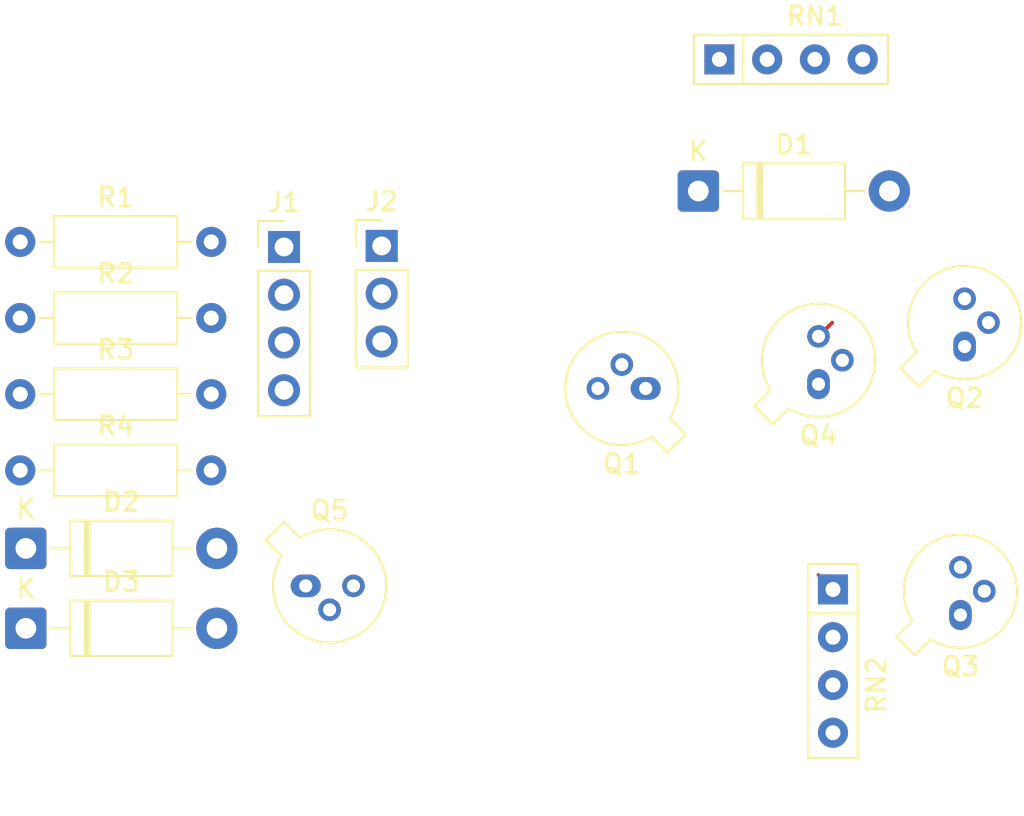
<source format=kicad_pcb>
(kicad_pcb (version 20241229) (generator "pcbnew") (generator_version "9.0")
  (layers (0 "F.Cu" signal) (2 "B.Cu" signal) (13 "F.Paste" user) (15 "B.Paste" user) (5 "F.SilkS" user "F.Silkscreen") (7 "B.SilkS" user "B.Silkscreen") (1 "F.Mask" user) (3 "B.Mask" user) (25 "Edge.Cuts" user))
  (net 0 "")
  (net 1 "Net-(D1-A)")
  (net 2 "Net-(D1-K)")
  (net 3 "Net-(Q1-C)")
  (net 4 "Net-(Q1-B)")
  (net 5 "+5V")
  (net 6 "Net-(Q2-C)")
  (net 7 "Net-(Q2-B)")
  (net 8 "GNDREF")
  (net 9 "Net-(Q3-B)")
  (net 10 "GND")
  (net 11 "Net-(D2-K)")
  (net 12 "Net-(D3-K)")
  (footprint "Package_TO_SOT_THT:TO-18-3" (layer "F.Cu") (at 110.23 51.77 90)
    (property "Reference" "Q4" (at -2.74 0 0) (layer "F.SilkS"))
    (property "Value" "BC107")
    (fp_line (start -1.154301 -3.400108) (end -2.130108 -2.424301) (stroke (width 0.12)) (layer "F.SilkS"))
    (fp_line (start -0.313811 -2.559618) (end -1.154301 -3.400108) (stroke (width 0.12)) (layer "F.SilkS"))
    (fp_line (start -2.130108 -2.424301) (end -1.289618 -1.583811) (stroke (width 0.12)) (layer "F.SilkS"))
    (fp_arc (start -0.313811 -2.559618) (mid 3.398391 2.128391) (end -1.289618 -1.583811) (stroke (width 0.12)) (layer "F.SilkS"))
    (pad "1" thru_hole oval (at 0 0 90) (size 1.6 1.2) (drill 0.7) (layers "*.Cu" "*.Mask") (net 9 "Net-(Q3-B)"))
    (pad "2" thru_hole circle (at 1.27 1.27 90) (size 1.2 1.2) (drill 0.7) (layers "*.Cu" "*.Mask") (net 3 "Net-(Q1-C)"))
    (pad "3" thru_hole circle (at 2.54 0 90) (size 1.2 1.2) (drill 0.7) (layers "*.Cu" "*.Mask") (net 7 "Net-(Q2-B)"))
  )
  (footprint "Package_TO_SOT_THT:TO-18-3" (layer "F.Cu") (at 101.04 52 180)
    (property "Reference" "Q1" (at 1.27 -4.01 0) (layer "F.SilkS"))
    (property "Value" "BC107" (hide yes))
    (fp_line (start -0.313811 -2.559618) (end -1.154301 -3.400108) (stroke (width 0.12)) (layer "F.SilkS"))
    (fp_line (start -1.154301 -3.400108) (end -2.130108 -2.424301) (stroke (width 0.12)) (layer "F.SilkS"))
    (fp_line (start -2.130108 -2.424301) (end -1.289618 -1.583811) (stroke (width 0.12)) (layer "F.SilkS"))
    (fp_arc (start -0.313811 -2.559618) (mid 3.398391 2.128391) (end -1.289618 -1.583811) (stroke (width 0.12)) (layer "F.SilkS"))
    (pad "1" thru_hole oval (at 0 0 180) (size 1.6 1.2) (drill 0.7) (layers "*.Cu" "*.Mask") (net 12 "Net-(D3-K)"))
    (pad "2" thru_hole circle (at 1.27 1.27 180) (size 1.2 1.2) (drill 0.7) (layers "*.Cu" "*.Mask") (net 4 "Net-(Q1-B)"))
    (pad "3" thru_hole circle (at 2.54 0 180) (size 1.2 1.2) (drill 0.7) (layers "*.Cu" "*.Mask") (net 3 "Net-(Q1-C)"))
  )
  (footprint "Resistor_THT:R_Axial_DIN0207_L6.3mm_D2.5mm_P10.16mm_Horizontal" (layer "F.Cu") (at 67.776078 56.356078)
    (property "Reference" "R4" (at 5.08 -2.37 0) (layer "F.SilkS"))
    (property "Value" "4 K")
    (fp_line (start 1.04 0) (end 1.81 0) (stroke (width 0.12)) (layer "F.SilkS"))
    (fp_line (start 9.12 0) (end 8.35 0) (stroke (width 0.12)) (layer "F.SilkS"))
    (fp_rect (start 1.81 -1.37) (end 8.35 1.37) (stroke (width 0.12)) (fill no) (layer "F.SilkS"))
    (pad "1" thru_hole circle (at 0 0) (size 1.6 1.6) (drill 0.8) (layers "*.Cu" "*.Mask") (net 5 "+5V"))
    (pad "2" thru_hole circle (at 10.16 0) (size 1.6 1.6) (drill 0.8) (layers "*.Cu" "*.Mask") (net 4 "Net-(Q1-B)"))
  )
  (footprint "Connector_PinHeader_2.54mm:PinHeader_1x03_P2.54mm_Vertical" (layer "F.Cu") (at 87 44.42)
    (property "Reference" "J2" (at 0 -2.38 0) (layer "F.SilkS"))
    (property "Value" "Conn_01x03_Pin")
    (fp_line (start -1.38 -1.38) (end 0 -1.38) (stroke (width 0.12)) (layer "F.SilkS"))
    (fp_line (start -1.38 0) (end -1.38 -1.38) (stroke (width 0.12)) (layer "F.SilkS"))
    (fp_line (start -1.38 1.27) (end -1.38 6.46) (stroke (width 0.12)) (layer "F.SilkS"))
    (fp_line (start -1.38 1.27) (end 1.38 1.27) (stroke (width 0.12)) (layer "F.SilkS"))
    (fp_line (start -1.38 6.46) (end 1.38 6.46) (stroke (width 0.12)) (layer "F.SilkS"))
    (fp_line (start 1.38 1.27) (end 1.38 6.46) (stroke (width 0.12)) (layer "F.SilkS"))
    (pad "1" thru_hole rect (at 0 0) (size 1.7 1.7) (drill 1) (layers "*.Cu" "*.Mask") (net 10 "GND"))
    (pad "2" thru_hole circle (at 0 2.54) (size 1.7 1.7) (drill 1) (layers "*.Cu" "*.Mask") (net 2 "Net-(D1-K)"))
    (pad "3" thru_hole circle (at 0 5.08) (size 1.7 1.7) (drill 1) (layers "*.Cu" "*.Mask") (net 5 "+5V"))
  )
  (footprint "Resistor_THT:R_Axial_DIN0207_L6.3mm_D2.5mm_P10.16mm_Horizontal" (layer "F.Cu") (at 67.776078 44.206078)
    (property "Reference" "R1" (at 5.08 -2.37 0) (layer "F.SilkS"))
    (property "Value" "1K")
    (fp_line (start 1.04 0) (end 1.81 0) (stroke (width 0.12)) (layer "F.SilkS"))
    (fp_line (start 9.12 0) (end 8.35 0) (stroke (width 0.12)) (layer "F.SilkS"))
    (fp_rect (start 1.81 -1.37) (end 8.35 1.37) (stroke (width 0.12)) (fill no) (layer "F.SilkS"))
    (pad "1" thru_hole circle (at 0 0) (size 1.6 1.6) (drill 0.8) (layers "*.Cu" "*.Mask") (net 9 "Net-(Q3-B)"))
    (pad "2" thru_hole circle (at 10.16 0) (size 1.6 1.6) (drill 0.8) (layers "*.Cu" "*.Mask") (net 10 "GND"))
  )
  (footprint "Diode_THT:D_DO-41_SOD81_P10.16mm_Horizontal" (layer "F.Cu") (at 68.076078 60.506078)
    (property "Reference" "D2" (at 5.08 -2.47 0) (layer "F.SilkS"))
    (property "Value" "1N4007")
    (fp_line (start 1.34 0) (end 2.36 0) (stroke (width 0.12)) (layer "F.SilkS"))
    (fp_line (start 3.14 -1.47) (end 3.14 1.47) (stroke (width 0.12)) (layer "F.SilkS"))
    (fp_line (start 3.26 -1.47) (end 3.26 1.47) (stroke (width 0.12)) (layer "F.SilkS"))
    (fp_line (start 3.38 -1.47) (end 3.38 1.47) (stroke (width 0.12)) (layer "F.SilkS"))
    (fp_line (start 8.82 0) (end 7.8 0) (stroke (width 0.12)) (layer "F.SilkS"))
    (fp_rect (start 2.36 -1.47) (end 7.8 1.47) (stroke (width 0.12)) (fill no) (layer "F.SilkS"))
    (fp_text user "K" (at 0 -2.1 0) (layer "F.SilkS"))
    (pad "1" thru_hole roundrect (at 0 0) (size 2.2 2.2) (drill 1.1) (layers "*.Cu" "*.Mask") (roundrect_rratio 0.113636) (net 11 "Net-(D2-K)"))
    (pad "2" thru_hole circle (at 10.16 0) (size 2.2 2.2) (drill 1.1) (layers "*.Cu" "*.Mask") (net 10 "GND"))
  )
  (footprint "Diode_THT:D_DO-41_SOD81_P10.16mm_Horizontal" (layer "F.Cu") (at 103.84 41.5)
    (property "Reference" "D1" (at 5.08 -2.47 0) (layer "F.SilkS"))
    (property "Value" "1N4007")
    (fp_line (start 1.34 0) (end 2.36 0) (stroke (width 0.12)) (layer "F.SilkS"))
    (fp_line (start 3.14 -1.47) (end 3.14 1.47) (stroke (width 0.12)) (layer "F.SilkS"))
    (fp_line (start 3.26 -1.47) (end 3.26 1.47) (stroke (width 0.12)) (layer "F.SilkS"))
    (fp_line (start 3.38 -1.47) (end 3.38 1.47) (stroke (width 0.12)) (layer "F.SilkS"))
    (fp_line (start 8.82 0) (end 7.8 0) (stroke (width 0.12)) (layer "F.SilkS"))
    (fp_rect (start 2.36 -1.47) (end 7.8 1.47) (stroke (width 0.12)) (fill no) (layer "F.SilkS"))
    (fp_text user "K" (at 0 -2.1 0) (layer "F.SilkS"))
    (pad "1" thru_hole roundrect (at 0 0) (size 2.2 2.2) (drill 1.1) (layers "*.Cu" "*.Mask") (roundrect_rratio 0.113636) (net 2 "Net-(D1-K)"))
    (pad "2" thru_hole circle (at 10.16 0) (size 2.2 2.2) (drill 1.1) (layers "*.Cu" "*.Mask") (net 1 "Net-(D1-A)"))
  )
  (footprint "Diode_THT:D_DO-41_SOD81_P10.16mm_Horizontal" (layer "F.Cu") (at 68.076078 64.756078)
    (property "Reference" "D3" (at 5.08 -2.47 0) (layer "F.SilkS"))
    (property "Value" "1N4007")
    (fp_line (start 1.34 0) (end 2.36 0) (stroke (width 0.12)) (layer "F.SilkS"))
    (fp_line (start 3.14 -1.47) (end 3.14 1.47) (stroke (width 0.12)) (layer "F.SilkS"))
    (fp_line (start 3.26 -1.47) (end 3.26 1.47) (stroke (width 0.12)) (layer "F.SilkS"))
    (fp_line (start 3.38 -1.47) (end 3.38 1.47) (stroke (width 0.12)) (layer "F.SilkS"))
    (fp_line (start 8.82 0) (end 7.8 0) (stroke (width 0.12)) (layer "F.SilkS"))
    (fp_rect (start 2.36 -1.47) (end 7.8 1.47) (stroke (width 0.12)) (fill no) (layer "F.SilkS"))
    (fp_text user "K" (at 0 -2.1 0) (layer "F.SilkS"))
    (pad "1" thru_hole roundrect (at 0 0) (size 2.2 2.2) (drill 1.1) (layers "*.Cu" "*.Mask") (roundrect_rratio 0.113636) (net 12 "Net-(D3-K)"))
    (pad "2" thru_hole circle (at 10.16 0) (size 2.2 2.2) (drill 1.1) (layers "*.Cu" "*.Mask") (net 10 "GND"))
  )
  (footprint "Package_TO_SOT_THT:TO-18-3" (layer "F.Cu") (at 117.778039 64.048039 90)
    (property "Reference" "Q3" (at -2.74 0 0) (layer "F.SilkS"))
    (property "Value" "BC107")
    (fp_line (start -1.154301 -3.400108) (end -2.130108 -2.424301) (stroke (width 0.12)) (layer "F.SilkS"))
    (fp_line (start -0.313811 -2.559618) (end -1.154301 -3.400108) (stroke (width 0.12)) (layer "F.SilkS"))
    (fp_line (start -2.130108 -2.424301) (end -1.289618 -1.583811) (stroke (width 0.12)) (layer "F.SilkS"))
    (fp_arc (start -0.313811 -2.559618) (mid 3.398391 2.128391) (end -1.289618 -1.583811) (stroke (width 0.12)) (layer "F.SilkS"))
    (pad "1" thru_hole oval (at 0 0 90) (size 1.6 1.2) (drill 0.7) (layers "*.Cu" "*.Mask") (net 10 "GND"))
    (pad "2" thru_hole circle (at 1.27 1.27 90) (size 1.2 1.2) (drill 0.7) (layers "*.Cu" "*.Mask") (net 9 "Net-(Q3-B)"))
    (pad "3" thru_hole circle (at 2.54 0 90) (size 1.2 1.2) (drill 0.7) (layers "*.Cu" "*.Mask") (net 2 "Net-(D1-K)"))
  )
  (footprint "Resistor_THT:R_Array_SIP4" (layer "F.Cu") (at 111 62.69 -90)
    (property "Reference" "RN2" (at 5.08 -2.31 90) (layer "F.SilkS"))
    (property "Value" "R_Network03_Split")
    (fp_line (start -1.35 1.31) (end 8.97 1.31) (stroke (width 0.12)) (layer "F.SilkS"))
    (fp_line (start 8.97 1.31) (end 8.97 -1.31) (stroke (width 0.12)) (layer "F.SilkS"))
    (fp_line (start -1.35 -1.31) (end -1.35 1.31) (stroke (width 0.12)) (layer "F.SilkS"))
    (fp_line (start 1.27 -1.31) (end 1.27 1.31) (stroke (width 0.12)) (layer "F.SilkS"))
    (fp_line (start 8.97 -1.31) (end -1.35 -1.31) (stroke (width 0.12)) (layer "F.SilkS"))
    (pad "1" thru_hole rect (at 0 0 270) (size 1.6 1.6) (drill 0.8) (layers "*.Cu" "*.Mask") (net 9 "Net-(Q3-B)"))
    (pad "2" thru_hole circle (at 2.54 0 270) (size 1.6 1.6) (drill 0.8) (layers "*.Cu" "*.Mask") (net 8 "GNDREF"))
    (pad "3" thru_hole circle (at 5.08 0 270) (size 1.6 1.6) (drill 0.8) (layers "*.Cu" "*.Mask"))
    (pad "4" thru_hole circle (at 7.62 0 270) (size 1.6 1.6) (drill 0.8) (layers "*.Cu" "*.Mask"))
  )
  (footprint "Resistor_THT:R_Array_SIP4" (layer "F.Cu") (at 104.96 34.5)
    (property "Reference" "RN1" (at 5.08 -2.31 0) (layer "F.SilkS"))
    (property "Value" "R_Network03_Split")
    (fp_line (start -1.35 -1.31) (end -1.35 1.31) (stroke (width 0.12)) (layer "F.SilkS"))
    (fp_line (start -1.35 1.31) (end 8.97 1.31) (stroke (width 0.12)) (layer "F.SilkS"))
    (fp_line (start 1.27 -1.31) (end 1.27 1.31) (stroke (width 0.12)) (layer "F.SilkS"))
    (fp_line (start 8.97 -1.31) (end -1.35 -1.31) (stroke (width 0.12)) (layer "F.SilkS"))
    (fp_line (start 8.97 1.31) (end 8.97 -1.31) (stroke (width 0.12)) (layer "F.SilkS"))
    (pad "1" thru_hole rect (at 0 0) (size 1.6 1.6) (drill 0.8) (layers "*.Cu" "*.Mask") (net 5 "+5V"))
    (pad "2" thru_hole circle (at 2.54 0) (size 1.6 1.6) (drill 0.8) (layers "*.Cu" "*.Mask") (net 4 "Net-(Q1-B)"))
    (pad "3" thru_hole circle (at 5.08 0) (size 1.6 1.6) (drill 0.8) (layers "*.Cu" "*.Mask") (net 7 "Net-(Q2-B)"))
    (pad "4" thru_hole circle (at 7.62 0) (size 1.6 1.6) (drill 0.8) (layers "*.Cu" "*.Mask") (net 6 "Net-(Q2-C)"))
  )
  (footprint "Resistor_THT:R_Axial_DIN0207_L6.3mm_D2.5mm_P10.16mm_Horizontal" (layer "F.Cu") (at 67.776078 48.256078)
    (property "Reference" "R2" (at 5.08 -2.37 0) (layer "F.SilkS"))
    (property "Value" "130R")
    (fp_line (start 1.04 0) (end 1.81 0) (stroke (width 0.12)) (layer "F.SilkS"))
    (fp_line (start 9.12 0) (end 8.35 0) (stroke (width 0.12)) (layer "F.SilkS"))
    (fp_rect (start 1.81 -1.37) (end 8.35 1.37) (stroke (width 0.12)) (fill no) (layer "F.SilkS"))
    (pad "1" thru_hole circle (at 0 0) (size 1.6 1.6) (drill 0.8) (layers "*.Cu" "*.Mask") (net 5 "+5V"))
    (pad "2" thru_hole circle (at 10.16 0) (size 1.6 1.6) (drill 0.8) (layers "*.Cu" "*.Mask") (net 6 "Net-(Q2-C)"))
  )
  (footprint "Package_TO_SOT_THT:TO-18-3" (layer "F.Cu") (at 82.96 62.5)
    (property "Reference" "Q5" (at 1.27 -4.01 0) (layer "F.SilkS"))
    (property "Value" "BC107")
    (fp_line (start -2.130108 -2.424301) (end -1.289618 -1.583811) (stroke (width 0.12)) (layer "F.SilkS"))
    (fp_line (start -1.154301 -3.400108) (end -2.130108 -2.424301) (stroke (width 0.12)) (layer "F.SilkS"))
    (fp_line (start -0.313811 -2.559618) (end -1.154301 -3.400108) (stroke (width 0.12)) (layer "F.SilkS"))
    (fp_arc (start -0.313811 -2.559618) (mid 3.398391 2.128391) (end -1.289618 -1.583811) (stroke (width 0.12)) (layer "F.SilkS"))
    (pad "1" thru_hole oval (at 0 0) (size 1.6 1.2) (drill 0.7) (layers "*.Cu" "*.Mask") (net 11 "Net-(D2-K)"))
    (pad "2" thru_hole circle (at 1.27 1.27) (size 1.2 1.2) (drill 0.7) (layers "*.Cu" "*.Mask") (net 4 "Net-(Q1-B)"))
    (pad "3" thru_hole circle (at 2.54 0) (size 1.2 1.2) (drill 0.7) (layers "*.Cu" "*.Mask") (net 3 "Net-(Q1-C)"))
  )
  (footprint "Resistor_THT:R_Axial_DIN0207_L6.3mm_D2.5mm_P10.16mm_Horizontal" (layer "F.Cu") (at 67.776078 52.306078)
    (property "Reference" "R3" (at 5.08 -2.37 0) (layer "F.SilkS"))
    (property "Value" "1K6")
    (fp_line (start 1.04 0) (end 1.81 0) (stroke (width 0.12)) (layer "F.SilkS"))
    (fp_line (start 9.12 0) (end 8.35 0) (stroke (width 0.12)) (layer "F.SilkS"))
    (fp_rect (start 1.81 -1.37) (end 8.35 1.37) (stroke (width 0.12)) (fill no) (layer "F.SilkS"))
    (pad "1" thru_hole circle (at 0 0) (size 1.6 1.6) (drill 0.8) (layers "*.Cu" "*.Mask") (net 5 "+5V"))
    (pad "2" thru_hole circle (at 10.16 0) (size 1.6 1.6) (drill 0.8) (layers "*.Cu" "*.Mask") (net 7 "Net-(Q2-B)"))
  )
  (footprint "Connector_PinHeader_2.54mm:PinHeader_1x04_P2.54mm_Vertical" (layer "F.Cu") (at 81.806078 44.476078)
    (property "Reference" "J1" (at 0 -2.38 0) (layer "F.SilkS"))
    (property "Value" "Conn_01x04_Pin")
    (fp_line (start -1.38 -1.38) (end 0 -1.38) (stroke (width 0.12)) (layer "F.SilkS"))
    (fp_line (start -1.38 0) (end -1.38 -1.38) (stroke (width 0.12)) (layer "F.SilkS"))
    (fp_line (start -1.38 1.27) (end -1.38 9) (stroke (width 0.12)) (layer "F.SilkS"))
    (fp_line (start -1.38 1.27) (end 1.38 1.27) (stroke (width 0.12)) (layer "F.SilkS"))
    (fp_line (start -1.38 9) (end 1.38 9) (stroke (width 0.12)) (layer "F.SilkS"))
    (fp_line (start 1.38 1.27) (end 1.38 9) (stroke (width 0.12)) (layer "F.SilkS"))
    (pad "1" thru_hole rect (at 0 0) (size 1.7 1.7) (drill 1) (layers "*.Cu" "*.Mask") (net 5 "+5V"))
    (pad "2" thru_hole circle (at 0 2.54) (size 1.7 1.7) (drill 1) (layers "*.Cu" "*.Mask") (net 12 "Net-(D3-K)"))
    (pad "3" thru_hole circle (at 0 5.08) (size 1.7 1.7) (drill 1) (layers "*.Cu" "*.Mask") (net 11 "Net-(D2-K)"))
    (pad "4" thru_hole circle (at 0 7.62) (size 1.7 1.7) (drill 1) (layers "*.Cu" "*.Mask") (net 10 "GND"))
  )
  (footprint "Package_TO_SOT_THT:TO-18-3" (layer "F.Cu") (at 118 49.77 90)
    (property "Reference" "Q2" (at -2.74 0 0) (layer "F.SilkS"))
    (property "Value" "BC107")
    (fp_line (start -1.154301 -3.400108) (end -2.130108 -2.424301) (stroke (width 0.12)) (layer "F.SilkS"))
    (fp_line (start -0.313811 -2.559618) (end -1.154301 -3.400108) (stroke (width 0.12)) (layer "F.SilkS"))
    (fp_line (start -2.130108 -2.424301) (end -1.289618 -1.583811) (stroke (width 0.12)) (layer "F.SilkS"))
    (fp_arc (start -0.313811 -2.559618) (mid 3.398391 2.128391) (end -1.289618 -1.583811) (stroke (width 0.12)) (layer "F.SilkS"))
    (pad "1" thru_hole oval (at 0 0 90) (size 1.6 1.2) (drill 0.7) (layers "*.Cu" "*.Mask") (net 1 "Net-(D1-A)"))
    (pad "2" thru_hole circle (at 1.27 1.27 90) (size 1.2 1.2) (drill 0.7) (layers "*.Cu" "*.Mask") (net 7 "Net-(Q2-B)"))
    (pad "3" thru_hole circle (at 2.54 0 90) (size 1.2 1.2) (drill 0.7) (layers "*.Cu" "*.Mask") (net 6 "Net-(Q2-C)"))
  )
  (segment (start 118 61.286078) (end 117.778039 61.508039) (width 0.2) (layer "F.Cu") (net 2))
  (segment (start 110.23 34.69) (end 110.04 34.5) (width 0.2) (layer "F.Cu") (net 7))
  (segment (start 110.96 48.5) (end 110.23 49.23) (width 0.2) (layer "F.Cu") (net 7))
  (segment (start 110.23 61.92) (end 111 62.69) (width 0.2) (layer "F.Cu") (net 9))
  (segment (start 111.088039 62.778039) (end 111 62.69) (width 0.2) (layer "F.Cu") (net 9))
)
</source>
